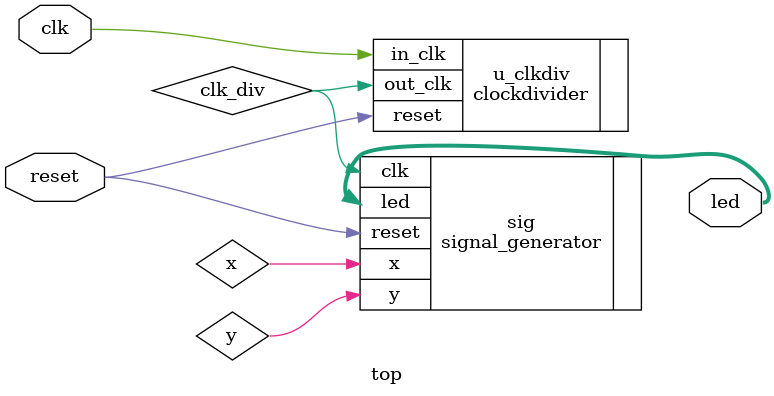
<source format=v>
`timescale 1ns / 1ps


module top (input  wire reset, input  wire clk, output wire [0:4] led);

    wire clk_div;

    clockdivider u_clkdiv (
        .in_clk (clk),
        .reset  (reset),
        .out_clk(clk_div)
    );
    
    signal_generator sig(.clk(clk_div), .reset(reset), .x(x), .y(y), .led(led));

endmodule

</source>
